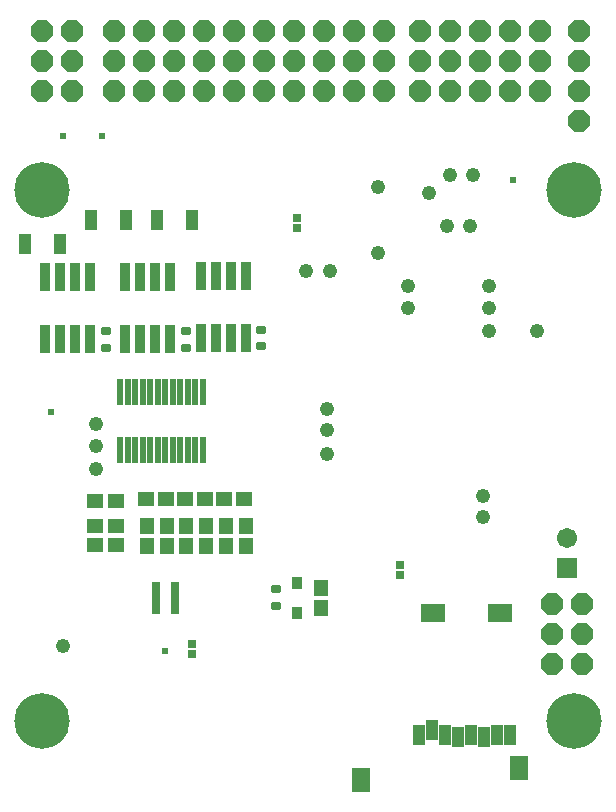
<source format=gbs>
%FSLAX25Y25*%
%MOIN*%
G70*
G01*
G75*
G04 Layer_Color=16711935*
%ADD10C,0.01000*%
%ADD11C,0.02000*%
%ADD12C,0.01300*%
%ADD13C,0.01200*%
%ADD14C,0.01500*%
%ADD15C,0.03000*%
%ADD16C,0.02500*%
%ADD17R,0.06700X0.01800*%
%ADD18R,0.08300X0.05900*%
%ADD19R,0.07500X0.09400*%
%ADD20R,0.07500X0.04700*%
%ADD21R,0.05118X0.02756*%
G04:AMPARAMS|DCode=22|XSize=24mil|YSize=36mil|CornerRadius=6mil|HoleSize=0mil|Usage=FLASHONLY|Rotation=270.000|XOffset=0mil|YOffset=0mil|HoleType=Round|Shape=RoundedRectangle|*
%AMROUNDEDRECTD22*
21,1,0.02400,0.02400,0,0,270.0*
21,1,0.01200,0.03600,0,0,270.0*
1,1,0.01200,-0.01200,-0.00600*
1,1,0.01200,-0.01200,0.00600*
1,1,0.01200,0.01200,0.00600*
1,1,0.01200,0.01200,-0.00600*
%
%ADD22ROUNDEDRECTD22*%
%ADD23R,0.04400X0.02400*%
G04:AMPARAMS|DCode=24|XSize=24mil|YSize=36mil|CornerRadius=6mil|HoleSize=0mil|Usage=FLASHONLY|Rotation=180.000|XOffset=0mil|YOffset=0mil|HoleType=Round|Shape=RoundedRectangle|*
%AMROUNDEDRECTD24*
21,1,0.02400,0.02400,0,0,180.0*
21,1,0.01200,0.03600,0,0,180.0*
1,1,0.01200,-0.00600,0.01200*
1,1,0.01200,0.00600,0.01200*
1,1,0.01200,0.00600,-0.01200*
1,1,0.01200,-0.00600,-0.01200*
%
%ADD24ROUNDEDRECTD24*%
%ADD25R,0.01200X0.03200*%
%ADD26R,0.03200X0.01200*%
%ADD27R,0.04400X0.04000*%
%ADD28R,0.04000X0.04400*%
G04:AMPARAMS|DCode=29|XSize=24mil|YSize=36mil|CornerRadius=6mil|HoleSize=0mil|Usage=FLASHONLY|Rotation=135.000|XOffset=0mil|YOffset=0mil|HoleType=Round|Shape=RoundedRectangle|*
%AMROUNDEDRECTD29*
21,1,0.02400,0.02400,0,0,135.0*
21,1,0.01200,0.03600,0,0,135.0*
1,1,0.01200,0.00424,0.01273*
1,1,0.01200,0.01273,0.00424*
1,1,0.01200,-0.00424,-0.01273*
1,1,0.01200,-0.01273,-0.00424*
%
%ADD29ROUNDEDRECTD29*%
%ADD30R,0.02400X0.02000*%
%ADD31R,0.04800X0.03200*%
%ADD32R,0.01600X0.01600*%
%ADD33R,0.02400X0.02400*%
%ADD34R,0.06300X0.03600*%
%ADD35R,0.03600X0.06300*%
%ADD36R,0.02000X0.01200*%
%ADD37R,0.07100X0.04000*%
%ADD38R,0.03200X0.03600*%
G04:AMPARAMS|DCode=39|XSize=28mil|YSize=56mil|CornerRadius=5.6mil|HoleSize=0mil|Usage=FLASHONLY|Rotation=0.000|XOffset=0mil|YOffset=0mil|HoleType=Round|Shape=RoundedRectangle|*
%AMROUNDEDRECTD39*
21,1,0.02800,0.04480,0,0,0.0*
21,1,0.01680,0.05600,0,0,0.0*
1,1,0.01120,0.00840,-0.02240*
1,1,0.01120,-0.00840,-0.02240*
1,1,0.01120,-0.00840,0.02240*
1,1,0.01120,0.00840,0.02240*
%
%ADD39ROUNDEDRECTD39*%
G04:AMPARAMS|DCode=40|XSize=20mil|YSize=12mil|CornerRadius=2.4mil|HoleSize=0mil|Usage=FLASHONLY|Rotation=0.000|XOffset=0mil|YOffset=0mil|HoleType=Round|Shape=RoundedRectangle|*
%AMROUNDEDRECTD40*
21,1,0.02000,0.00720,0,0,0.0*
21,1,0.01520,0.01200,0,0,0.0*
1,1,0.00480,0.00760,-0.00360*
1,1,0.00480,-0.00760,-0.00360*
1,1,0.00480,-0.00760,0.00360*
1,1,0.00480,0.00760,0.00360*
%
%ADD40ROUNDEDRECTD40*%
%ADD41R,0.02000X0.01200*%
G04:AMPARAMS|DCode=42|XSize=24mil|YSize=36mil|CornerRadius=6mil|HoleSize=0mil|Usage=FLASHONLY|Rotation=225.000|XOffset=0mil|YOffset=0mil|HoleType=Round|Shape=RoundedRectangle|*
%AMROUNDEDRECTD42*
21,1,0.02400,0.02400,0,0,225.0*
21,1,0.01200,0.03600,0,0,225.0*
1,1,0.01200,-0.01273,0.00424*
1,1,0.01200,-0.00424,0.01273*
1,1,0.01200,0.01273,-0.00424*
1,1,0.01200,0.00424,-0.01273*
%
%ADD42ROUNDEDRECTD42*%
%ADD43R,0.01800X0.01200*%
%ADD44R,0.02400X0.03600*%
%ADD45R,0.04000X0.05600*%
%ADD46R,0.01200X0.02600*%
%ADD47R,0.02600X0.01200*%
%ADD48R,0.02800X0.05200*%
G04:AMPARAMS|DCode=49|XSize=60mil|YSize=12mil|CornerRadius=0mil|HoleSize=0mil|Usage=FLASHONLY|Rotation=225.000|XOffset=0mil|YOffset=0mil|HoleType=Round|Shape=Rectangle|*
%AMROTATEDRECTD49*
4,1,4,0.01697,0.02546,0.02546,0.01697,-0.01697,-0.02546,-0.02546,-0.01697,0.01697,0.02546,0.0*
%
%ADD49ROTATEDRECTD49*%

G04:AMPARAMS|DCode=50|XSize=12mil|YSize=60mil|CornerRadius=0mil|HoleSize=0mil|Usage=FLASHONLY|Rotation=225.000|XOffset=0mil|YOffset=0mil|HoleType=Round|Shape=Rectangle|*
%AMROTATEDRECTD50*
4,1,4,-0.01697,0.02546,0.02546,-0.01697,0.01697,-0.02546,-0.02546,0.01697,-0.01697,0.02546,0.0*
%
%ADD50ROTATEDRECTD50*%

G04:AMPARAMS|DCode=51|XSize=12mil|YSize=59.06mil|CornerRadius=0mil|HoleSize=0mil|Usage=FLASHONLY|Rotation=225.000|XOffset=0mil|YOffset=0mil|HoleType=Round|Shape=Rectangle|*
%AMROTATEDRECTD51*
4,1,4,-0.01664,0.02512,0.02512,-0.01664,0.01664,-0.02512,-0.02512,0.01664,-0.01664,0.02512,0.0*
%
%ADD51ROTATEDRECTD51*%

%ADD52R,0.06299X0.03150*%
%ADD53R,0.12205X0.08661*%
%ADD54R,0.05200X0.01700*%
%ADD55R,0.02400X0.08700*%
%ADD56R,0.01400X0.03400*%
%ADD57R,0.01200X0.03400*%
%ADD58R,0.03400X0.01200*%
%ADD59R,0.03600X0.02400*%
%ADD60R,0.01575X0.00984*%
%ADD61R,0.04800X0.05600*%
%ADD62C,0.01800*%
%ADD63C,0.05000*%
%ADD64R,0.07400X0.02047*%
%ADD65R,0.03900X0.03500*%
%ADD66R,0.07300X0.04400*%
%ADD67P,0.07036X8X22.5*%
%ADD68C,0.17716*%
%ADD69R,0.01800X0.01800*%
%ADD70R,0.05906X0.05906*%
%ADD71C,0.05906*%
%ADD72P,0.07036X8X112.5*%
%ADD73C,0.02000*%
%ADD74C,0.02200*%
%ADD75C,0.02500*%
%ADD76C,0.04000*%
%ADD77C,0.02300*%
%ADD78C,0.03000*%
%ADD79C,0.04000*%
G04:AMPARAMS|DCode=80|XSize=40mil|YSize=40mil|CornerRadius=20mil|HoleSize=0mil|Usage=FLASHONLY|Rotation=0.000|XOffset=0mil|YOffset=0mil|HoleType=Round|Shape=RoundedRectangle|*
%AMROUNDEDRECTD80*
21,1,0.04000,0.00000,0,0,0.0*
21,1,0.00000,0.04000,0,0,0.0*
1,1,0.04000,0.00000,0.00000*
1,1,0.04000,0.00000,0.00000*
1,1,0.04000,0.00000,0.00000*
1,1,0.04000,0.00000,0.00000*
%
%ADD80ROUNDEDRECTD80*%
G04:AMPARAMS|DCode=81|XSize=40mil|YSize=40mil|CornerRadius=20mil|HoleSize=0mil|Usage=FLASHONLY|Rotation=270.000|XOffset=0mil|YOffset=0mil|HoleType=Round|Shape=RoundedRectangle|*
%AMROUNDEDRECTD81*
21,1,0.04000,0.00000,0,0,270.0*
21,1,0.00000,0.04000,0,0,270.0*
1,1,0.04000,0.00000,0.00000*
1,1,0.04000,0.00000,0.00000*
1,1,0.04000,0.00000,0.00000*
1,1,0.04000,0.00000,0.00000*
%
%ADD81ROUNDEDRECTD81*%
%ADD82R,0.02362X0.09843*%
%ADD83R,0.02400X0.03200*%
%ADD84R,0.03600X0.06300*%
%ADD85R,0.01400X0.07800*%
%ADD86R,0.05600X0.07500*%
%ADD87R,0.07100X0.05600*%
%ADD88R,0.03200X0.06000*%
%ADD89C,0.03500*%
%ADD90C,0.00400*%
%ADD91C,0.00600*%
%ADD92C,0.00800*%
%ADD93C,0.00500*%
%ADD94C,0.00984*%
%ADD95C,0.06300*%
%ADD96C,0.00787*%
%ADD97C,0.00591*%
%ADD98C,0.00700*%
%ADD99R,0.01800X0.03000*%
%ADD100R,0.03000X0.01800*%
%ADD101R,0.02376X0.04559*%
%ADD102C,0.03937*%
%ADD103R,0.07500X0.02600*%
%ADD104R,0.09100X0.06700*%
%ADD105R,0.08300X0.10200*%
%ADD106R,0.08300X0.05500*%
%ADD107R,0.05918X0.03556*%
%ADD108R,0.05200X0.03200*%
%ADD109R,0.02000X0.04000*%
%ADD110R,0.04000X0.02000*%
%ADD111R,0.05200X0.04800*%
%ADD112R,0.04800X0.05200*%
%ADD113R,0.03200X0.02800*%
%ADD114R,0.05600X0.04000*%
%ADD115R,0.03200X0.03200*%
%ADD116R,0.07100X0.04400*%
%ADD117R,0.04400X0.07100*%
%ADD118R,0.02800X0.02000*%
%ADD119R,0.07900X0.04800*%
%ADD120R,0.04000X0.04400*%
G04:AMPARAMS|DCode=121|XSize=36mil|YSize=64mil|CornerRadius=7.2mil|HoleSize=0mil|Usage=FLASHONLY|Rotation=0.000|XOffset=0mil|YOffset=0mil|HoleType=Round|Shape=RoundedRectangle|*
%AMROUNDEDRECTD121*
21,1,0.03600,0.04960,0,0,0.0*
21,1,0.02160,0.06400,0,0,0.0*
1,1,0.01440,0.01080,-0.02480*
1,1,0.01440,-0.01080,-0.02480*
1,1,0.01440,-0.01080,0.02480*
1,1,0.01440,0.01080,0.02480*
%
%ADD121ROUNDEDRECTD121*%
G04:AMPARAMS|DCode=122|XSize=28mil|YSize=20mil|CornerRadius=4mil|HoleSize=0mil|Usage=FLASHONLY|Rotation=0.000|XOffset=0mil|YOffset=0mil|HoleType=Round|Shape=RoundedRectangle|*
%AMROUNDEDRECTD122*
21,1,0.02800,0.01200,0,0,0.0*
21,1,0.02000,0.02000,0,0,0.0*
1,1,0.00800,0.01000,-0.00600*
1,1,0.00800,-0.01000,-0.00600*
1,1,0.00800,-0.01000,0.00600*
1,1,0.00800,0.01000,0.00600*
%
%ADD122ROUNDEDRECTD122*%
%ADD123R,0.02800X0.02000*%
%ADD124R,0.02600X0.02000*%
%ADD125R,0.03200X0.04400*%
%ADD126R,0.04800X0.06400*%
%ADD127R,0.03600X0.06000*%
G04:AMPARAMS|DCode=128|XSize=68mil|YSize=20mil|CornerRadius=0mil|HoleSize=0mil|Usage=FLASHONLY|Rotation=225.000|XOffset=0mil|YOffset=0mil|HoleType=Round|Shape=Rectangle|*
%AMROTATEDRECTD128*
4,1,4,0.01697,0.03111,0.03111,0.01697,-0.01697,-0.03111,-0.03111,-0.01697,0.01697,0.03111,0.0*
%
%ADD128ROTATEDRECTD128*%

G04:AMPARAMS|DCode=129|XSize=20mil|YSize=68mil|CornerRadius=0mil|HoleSize=0mil|Usage=FLASHONLY|Rotation=225.000|XOffset=0mil|YOffset=0mil|HoleType=Round|Shape=Rectangle|*
%AMROTATEDRECTD129*
4,1,4,-0.01697,0.03111,0.03111,-0.01697,0.01697,-0.03111,-0.03111,0.01697,-0.01697,0.03111,0.0*
%
%ADD129ROTATEDRECTD129*%

G04:AMPARAMS|DCode=130|XSize=20mil|YSize=67.06mil|CornerRadius=0mil|HoleSize=0mil|Usage=FLASHONLY|Rotation=225.000|XOffset=0mil|YOffset=0mil|HoleType=Round|Shape=Rectangle|*
%AMROTATEDRECTD130*
4,1,4,-0.01664,0.03078,0.03078,-0.01664,0.01664,-0.03078,-0.03078,0.01664,-0.01664,0.03078,0.0*
%
%ADD130ROTATEDRECTD130*%

%ADD131R,0.07099X0.03950*%
%ADD132R,0.13005X0.09461*%
%ADD133R,0.06000X0.02500*%
%ADD134R,0.03200X0.09500*%
%ADD135R,0.02200X0.04200*%
%ADD136R,0.02000X0.04200*%
%ADD137R,0.04200X0.02000*%
%ADD138R,0.04400X0.03200*%
%ADD139R,0.02375X0.01784*%
%ADD140R,0.05600X0.06400*%
%ADD141P,0.07902X8X22.5*%
%ADD142C,0.18517*%
%ADD143R,0.02600X0.02600*%
%ADD144R,0.06706X0.06706*%
%ADD145C,0.06706*%
%ADD146P,0.07902X8X112.5*%
G04:AMPARAMS|DCode=147|XSize=48mil|YSize=48mil|CornerRadius=24mil|HoleSize=0mil|Usage=FLASHONLY|Rotation=0.000|XOffset=0mil|YOffset=0mil|HoleType=Round|Shape=RoundedRectangle|*
%AMROUNDEDRECTD147*
21,1,0.04800,0.00000,0,0,0.0*
21,1,0.00000,0.04800,0,0,0.0*
1,1,0.04800,0.00000,0.00000*
1,1,0.04800,0.00000,0.00000*
1,1,0.04800,0.00000,0.00000*
1,1,0.04800,0.00000,0.00000*
%
%ADD147ROUNDEDRECTD147*%
G04:AMPARAMS|DCode=148|XSize=48mil|YSize=48mil|CornerRadius=24mil|HoleSize=0mil|Usage=FLASHONLY|Rotation=270.000|XOffset=0mil|YOffset=0mil|HoleType=Round|Shape=RoundedRectangle|*
%AMROUNDEDRECTD148*
21,1,0.04800,0.00000,0,0,270.0*
21,1,0.00000,0.04800,0,0,270.0*
1,1,0.04800,0.00000,0.00000*
1,1,0.04800,0.00000,0.00000*
1,1,0.04800,0.00000,0.00000*
1,1,0.04800,0.00000,0.00000*
%
%ADD148ROUNDEDRECTD148*%
%ADD149R,0.03162X0.10642*%
%ADD150R,0.03200X0.04000*%
%ADD151R,0.04400X0.07100*%
%ADD152R,0.02200X0.08600*%
%ADD153R,0.06400X0.08300*%
%ADD154R,0.07900X0.06400*%
%ADD155R,0.04000X0.06800*%
D22*
X-216700Y164932D02*
D03*
Y159420D02*
D03*
X-190200Y164932D02*
D03*
Y159420D02*
D03*
X-165200Y165432D02*
D03*
Y159920D02*
D03*
X-160000Y78830D02*
D03*
Y73318D02*
D03*
D33*
X-235000Y138074D02*
D03*
X-197000Y58361D02*
D03*
X-81000Y215400D02*
D03*
X-231000Y230000D02*
D03*
X-218000D02*
D03*
D111*
X-203412Y108994D02*
D03*
X-196666D02*
D03*
X-190547D02*
D03*
X-183800D02*
D03*
X-177412D02*
D03*
X-170666D02*
D03*
X-213603Y99953D02*
D03*
X-220350D02*
D03*
X-213603Y93606D02*
D03*
X-220350D02*
D03*
X-213603Y108300D02*
D03*
X-220350D02*
D03*
D112*
X-145000Y72654D02*
D03*
Y79400D02*
D03*
X-203200Y93154D02*
D03*
Y99900D02*
D03*
X-190000Y93154D02*
D03*
Y99900D02*
D03*
X-196600Y99847D02*
D03*
Y93100D02*
D03*
X-176800Y93154D02*
D03*
Y99900D02*
D03*
X-183400Y99847D02*
D03*
Y93100D02*
D03*
X-170200Y99847D02*
D03*
Y93100D02*
D03*
D134*
X-222200Y182800D02*
D03*
X-227200D02*
D03*
X-232200D02*
D03*
X-237200D02*
D03*
Y162200D02*
D03*
X-232200D02*
D03*
X-227200D02*
D03*
X-222200D02*
D03*
X-195450Y182800D02*
D03*
X-200450D02*
D03*
X-205450D02*
D03*
X-210450D02*
D03*
Y162200D02*
D03*
X-205450D02*
D03*
X-200450D02*
D03*
X-195450D02*
D03*
X-170200Y183300D02*
D03*
X-175200D02*
D03*
X-180200D02*
D03*
X-185200D02*
D03*
Y162700D02*
D03*
X-180200D02*
D03*
X-175200D02*
D03*
X-170200D02*
D03*
D141*
X-102000Y245000D02*
D03*
Y255000D02*
D03*
Y265000D02*
D03*
X-82000Y245000D02*
D03*
X-92000D02*
D03*
Y255000D02*
D03*
X-82000D02*
D03*
X-92000Y265000D02*
D03*
X-82000D02*
D03*
X-72000D02*
D03*
Y255000D02*
D03*
Y245000D02*
D03*
X-134000Y265000D02*
D03*
X-144000D02*
D03*
X-154000D02*
D03*
X-164000D02*
D03*
X-174000D02*
D03*
X-184000D02*
D03*
X-194000D02*
D03*
X-204000D02*
D03*
X-214000D02*
D03*
X-134000Y255000D02*
D03*
X-144000D02*
D03*
X-154000D02*
D03*
X-164000D02*
D03*
X-174000D02*
D03*
X-184000D02*
D03*
X-194000D02*
D03*
X-204000D02*
D03*
X-214000D02*
D03*
Y245000D02*
D03*
X-204000D02*
D03*
X-194000D02*
D03*
X-184000D02*
D03*
X-174000D02*
D03*
X-164000D02*
D03*
X-154000D02*
D03*
X-144000D02*
D03*
X-134000D02*
D03*
X-68000Y74000D02*
D03*
Y64000D02*
D03*
Y54000D02*
D03*
X-58000D02*
D03*
Y64000D02*
D03*
Y74000D02*
D03*
X-228000Y245000D02*
D03*
X-238000D02*
D03*
Y255000D02*
D03*
X-228000D02*
D03*
X-238000Y265000D02*
D03*
X-228000D02*
D03*
X-124000D02*
D03*
Y255000D02*
D03*
Y245000D02*
D03*
X-112000Y245000D02*
D03*
Y255000D02*
D03*
Y265000D02*
D03*
D142*
X-238000Y34835D02*
D03*
X-60835D02*
D03*
Y212000D02*
D03*
X-238000D02*
D03*
D143*
X-118819Y86790D02*
D03*
Y83616D02*
D03*
X-188000Y60575D02*
D03*
Y57400D02*
D03*
X-153000Y202575D02*
D03*
Y199400D02*
D03*
D144*
X-63000Y86000D02*
D03*
D145*
Y96000D02*
D03*
D146*
X-59000Y235000D02*
D03*
Y255000D02*
D03*
Y245000D02*
D03*
Y265000D02*
D03*
D147*
X-94500Y217000D02*
D03*
X-231000Y60000D02*
D03*
X-220000Y134000D02*
D03*
Y126500D02*
D03*
X-126000Y191000D02*
D03*
X-142000Y185000D02*
D03*
X-109000Y211000D02*
D03*
X-95650Y200000D02*
D03*
X-126000Y213000D02*
D03*
X-150000Y185000D02*
D03*
X-103000Y200000D02*
D03*
X-102000Y217000D02*
D03*
D148*
X-220000Y119000D02*
D03*
X-116000Y172500D02*
D03*
Y180000D02*
D03*
X-73000Y165000D02*
D03*
X-91000Y110000D02*
D03*
Y103000D02*
D03*
X-89000Y172500D02*
D03*
Y180000D02*
D03*
Y165000D02*
D03*
X-143000Y124000D02*
D03*
Y132000D02*
D03*
Y139000D02*
D03*
D149*
X-200250Y75901D02*
D03*
X-193950D02*
D03*
D150*
X-153000Y71000D02*
D03*
Y80921D02*
D03*
D151*
X-199709Y202000D02*
D03*
X-188200D02*
D03*
X-221709D02*
D03*
X-210200D02*
D03*
X-232291Y194000D02*
D03*
X-243800D02*
D03*
D152*
X-184550Y144700D02*
D03*
X-187050D02*
D03*
X-189550D02*
D03*
X-192050D02*
D03*
X-194550D02*
D03*
X-197050D02*
D03*
X-199550D02*
D03*
X-202050D02*
D03*
X-204550D02*
D03*
X-207050D02*
D03*
X-209550D02*
D03*
X-212050D02*
D03*
Y125300D02*
D03*
X-209550D02*
D03*
X-207050D02*
D03*
X-204550D02*
D03*
X-202050D02*
D03*
X-199550D02*
D03*
X-197050D02*
D03*
X-194550D02*
D03*
X-192050D02*
D03*
X-189550D02*
D03*
X-187050D02*
D03*
X-184550D02*
D03*
D153*
X-79032Y19100D02*
D03*
X-131800Y15200D02*
D03*
D154*
X-85332Y70921D02*
D03*
X-107784D02*
D03*
D155*
X-82132Y30300D02*
D03*
X-86432D02*
D03*
X-90732Y29500D02*
D03*
X-95132Y30300D02*
D03*
X-99432Y29500D02*
D03*
X-103732Y30300D02*
D03*
X-108139Y31900D02*
D03*
X-112469Y30300D02*
D03*
M02*

</source>
